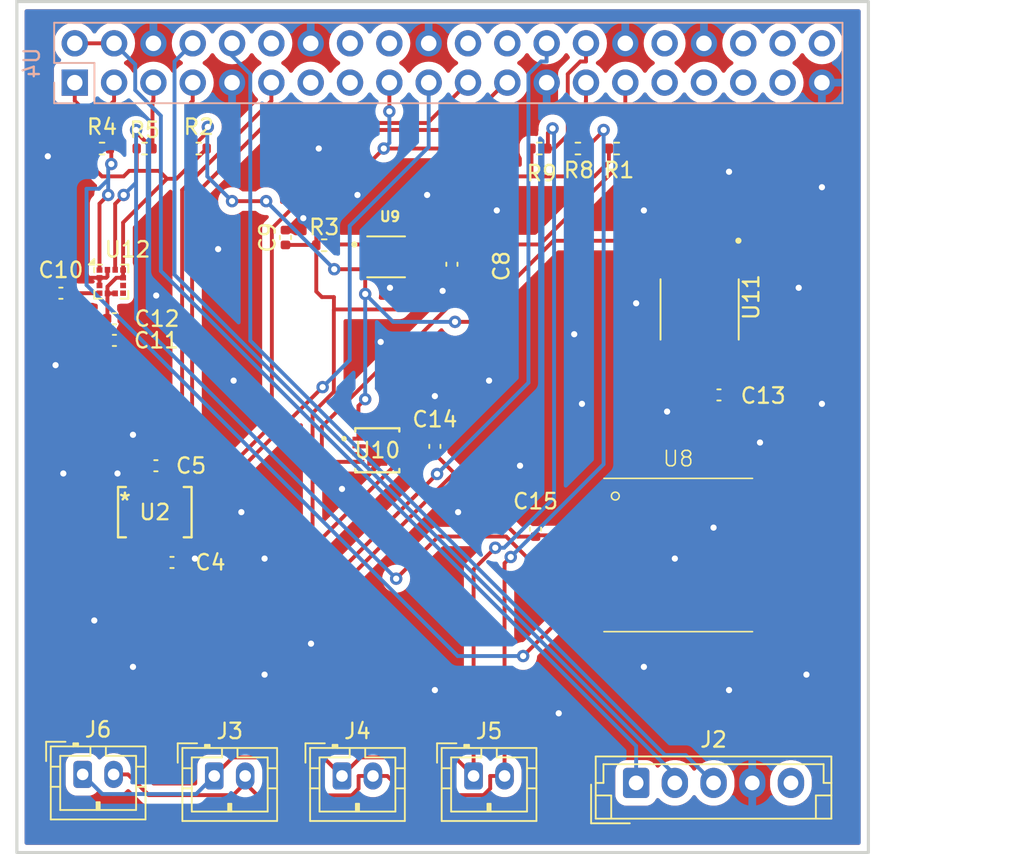
<source format=kicad_pcb>
(kicad_pcb (version 20240108) (generator "pcbnew") (generator_version "8.0")
  (layers (0 "F.Cu" signal) (31 "B.Cu" signal) (34 "B.Paste" user) (35 "F.Paste" user) (36 "B.SilkS" user "B.Silkscreen") (37 "F.SilkS" user "F.Silkscreen") (38 "B.Mask" user) (39 "F.Mask" user) (44 "Edge.Cuts" user))
  (net 0 "")
  (net 2 "+5V")
  (net 3 "Pi_RX")
  (net 4 "GND")
  (net 5 "Pi_TX")
  (net 7 "+3V3")
  (net 11 "CSB_Accel_BMI088")
  (net 12 "I2C_SCL_1")
  (net 15 "I2C_SDA_M")
  (net 16 "SCLK_2")
  (net 17 "I2C_SDA_1")
  (net 18 "I2C_SDA_2")
  (net 20 "SDI_2")
  (net 21 "nCS_2")
  (net 23 "I2C_SCL_M")
  (net 25 "I2C_SCL_2")
  (net 27 "CSB_Gryo_BMI088")
  (net 32 "Net-(U12-C1)")
  (net 33 "Net-(U9-VDD)")
  (net 34 "SDO_2")
  (net 37 "SCK_1")
  (net 38 "SDO_1")
  (net 39 "SDI_1")
  (footprint "Connector_JST:JST_PH_B2B-PH-K_1x02_P2.00mm_Vertical" (layer "F.Cu") (at 134.5 107.55)
    (property "Reference" "J4")
    (property "Value" "Motor_Connector")
  )
  (footprint "Package_LGA:LGA-12_2x2mm_P0.5mm" (layer "F.Cu") (at 119.6 75.6)
    (property "Reference" "U12")
    (property "Value" "~")
  )
  (footprint "Connector_JST:JST_PH_B2B-PH-K_1x02_P2.00mm_Vertical" (layer "F.Cu") (at 143 107.55)
    (property "Reference" "J5")
    (property "Value" "Motor_Connector")
  )
  (footprint "Capacitor_SMD:C_0402_1005Metric" (layer "F.Cu") (at 116.3425 76.35 180)
    (property "Reference" "C10")
    (property "Value" "100nF")
  )
  (footprint "Resistor_SMD:R_0402_1005Metric" (layer "F.Cu") (at 133.35 73.25)
    (property "Reference" "R3")
    (property "Value" "4.7k")
  )
  (footprint "Connector_JST:JST_EH_B5B-EH-A_1x05_P2.50mm_Vertical" (layer "F.Cu") (at 153.5 108)
    (property "Reference" "J2")
    (property "Value" "ZE27-O3")
  )
  (footprint "Capacitor_SMD:C_0402_1005Metric" (layer "F.Cu") (at 141.6 74.48 90)
    (property "Reference" "C8")
    (property "Value" "1µF")
  )
  (footprint "Capacitor_SMD:C_0402_1005Metric" (layer "F.Cu") (at 140.5 86.25 90)
    (property "Reference" "C14")
    (property "Value" "0.1µF")
  )
  (footprint "Resistor_SMD:R_0402_1005Metric" (layer "F.Cu") (at 149.74 67)
    (property "Reference" "R8")
    (property "Value" "5k")
  )
  (footprint "Capacitor_SMD:C_0402_1005Metric" (layer "F.Cu") (at 119.8 79.4)
    (property "Reference" "C11")
    (property "Value" "1 µF")
  )
  (footprint "Connector_JST:JST_PH_B2B-PH-K_1x02_P2.00mm_Vertical" (layer "F.Cu") (at 117.75 107.45)
    (property "Reference" "J6")
    (property "Value" "Motor_Connector")
  )
  (footprint "Sensor:WSON8_DEH_TEX" (layer "F.Cu") (at 136.7808 86.5)
    (property "Reference" "U10")
    (property "Value" "~")
  )
  (footprint "Capacitor_SMD:C_0402_1005Metric" (layer "F.Cu") (at 123.52 93.75)
    (property "Reference" "C4")
    (property "Value" "100nF")
  )
  (footprint "Resistor_SMD:R_0402_1005Metric" (layer "F.Cu") (at 121.75 67)
    (property "Reference" "R5")
    (property "Value" "5k")
  )
  (footprint "Sensor:XDCR_SGP41-D-R4" (layer "F.Cu") (at 137.35 74)
    (property "Reference" "U9")
    (property "Value" "~")
  )
  (footprint "Resistor_SMD:R_0402_1005Metric" (layer "F.Cu") (at 119 67)
    (property "Reference" "R4")
    (property "Value" "5k")
  )
  (footprint "Connector_JST:JST_PH_B2B-PH-K_1x02_P2.00mm_Vertical" (layer "F.Cu") (at 126.25 107.55)
    (property "Reference" "J3")
    (property "Value" "Motor_Connector")
  )
  (footprint "Capacitor_SMD:C_0402_1005Metric" (layer "F.Cu") (at 130.85 72.75 90)
    (property "Reference" "C9")
    (property "Value" "1µF")
  )
  (footprint "Resistor_SMD:R_0402_1005Metric" (layer "F.Cu") (at 125.25 67 180)
    (property "Reference" "R2")
    (property "Value" "5k")
  )
  (footprint "Sensor:SOIC127P600X175-8N_ADT7410TRZ-REEL" (layer "F.Cu") (at 157.6 77.4 -90)
    (property "Reference" "U11")
    (property "Value" "~")
  )
  (footprint "Resistor_SMD:R_0402_1005Metric" (layer "F.Cu") (at 147.25 67)
    (property "Reference" "R9")
    (property "Value" "5k")
  )
  (footprint "Resistor_SMD:R_0402_1005Metric" (layer "F.Cu") (at 152.25 67)
    (property "Reference" "R1")
    (property "Value" "5k")
  )
  (footprint "Sensor:HNNJ footprint" (layer "F.Cu") (at 156.219 98.223)
    (property "Reference" "U8")
    (property "Value" "~")
  )
  (footprint "Sensor:QFN_BMI085_BOS" (layer "F.Cu") (at 122.4113 90.5)
    (property "Reference" "U2")
    (property "Value" "~")
  )
  (footprint "Capacitor_SMD:C_0402_1005Metric" (layer "F.Cu") (at 122.48 87.5)
    (property "Reference" "C5")
    (property "Value" "100nF")
  )
  (footprint "Capacitor_SMD:C_0402_1005Metric" (layer "F.Cu") (at 147 91.6 -90)
    (property "Reference" "C15")
    (property "Value" "0.1µF")
  )
  (footprint "Capacitor_SMD:C_0402_1005Metric" (layer "F.Cu") (at 119.8 78)
    (property "Reference" "C12")
    (property "Value" "100nF")
  )
  (footprint "Capacitor_SMD:C_0402_1005Metric" (layer "F.Cu") (at 158.85 82.925 180)
    (property "Reference" "C13")
    (property "Value" "0.1µF")
  )
  (footprint "Connector_PinSocket_2.54mm:PinSocket_2x20_P2.54mm_Vertical" (layer "B.Cu") (at 117.24 62.74 -90)
    (property "Reference" "U4")
    (property "Value" "~")
  )
  (gr_rect (start 113.5 57.5) (end 168.5 112.5) (stroke (width 0.2)) (fill none) (layer "Edge.Cuts"))
  (segment (start 119.78 60.2) (end 117.24 60.2) (width 0.25) (layer "F.Cu") (net 2))
  (segment (start 153.5 105.615) (end 122.8 74.915) (width 0.25) (layer "B.Cu") (net 2))
  (segment (start 121.145 61.565) (end 119.78 60.2) (width 0.25) (layer "B.Cu") (net 2))
  (segment (start 153.5 108) (end 153.5 105.615) (width 0.25) (layer "B.Cu") (net 2))
  (segment (start 122.8 64.881701) (end 121.145 63.226701) (width 0.25) (layer "B.Cu") (net 2))
  (segment (start 121.145 63.226701) (end 121.145 61.565) (width 0.25) (layer "B.Cu") (net 2))
  (segment (start 122.8 74.915) (end 122.8 64.881701) (width 0.25) (layer "B.Cu") (net 2))
  (segment (start 127.4 61.0089) (end 127.4 60.2) (width 0.25) (layer "B.Cu") (net 3))
  (segment (start 128.5767 79.416404) (end 128.5767 62.1856) (width 0.25) (layer "B.Cu") (net 3))
  (segment (start 158.5 108) (end 156.7 106.2) (width 0.25) (layer "B.Cu") (net 3))
  (segment (start 128.5767 62.1856) (end 127.4 61.0089) (width 0.25) (layer "B.Cu") (net 3))
  (segment (start 156.7 106.2) (end 155.360296 106.2) (width 0.25) (layer "B.Cu") (net 3))
  (segment (start 155.360296 106.2) (end 128.5767 79.416404) (width 0.25) (layer "B.Cu") (net 3))
  (segment (start 119.35 74.8375) (end 119.35 75.275) (width 0.25) (layer "F.Cu") (net 4))
  (segment (start 122.4113 89.862601) (end 122.363301 89.9106) (width 0.25) (layer "F.Cu") (net 4))
  (segment (start 123.363299 89.9106) (end 122.459299 89.9106) (width 0.25) (layer "F.Cu") (net 4))
  (segment (start 118.8375 75.85) (end 118.8375 75.35) (width 0.25) (layer "F.Cu") (net 4))
  (segment (start 119.275 75.35) (end 118.8375 75.35) (width 0.25) (layer "F.Cu") (net 4))
  (segment (start 138 85.749999) (end 138 86.25) (width 0.25) (layer "F.Cu") (net 4))
  (segment (start 122.4113 89.3443) (end 122.4113 89.862601) (width 0.25) (layer "F.Cu") (net 4))
  (segment (start 123.411301 89.862598) (end 123.363299 89.9106) (width 0.25) (layer "F.Cu") (net 4))
  (segment (start 119.35 75.275) (end 119.275 75.35) (width 0.25) (layer "F.Cu") (net 4))
  (segment (start 141.6 75.6) (end 141 76.2) (width 0.25) (layer "F.Cu") (net 4))
  (segment (start 138.5 74.8) (end 138.15 74.8) (width 0.25) (layer "F.Cu") (net 4))
  (segment (start 121.411299 88.825999) (end 120.5853 88) (width 0.25) (layer "F.Cu") (net 4))
  (segment (start 121.459301 89.9106) (end 121.411299 89.862598) (width 0.25) (layer "F.Cu") (net 4))
  (segment (start 120.5853 88) (end 120 88) (width 0.25) (layer "F.Cu") (net 4))
  (segment (start 136.7808 86.5) (end 136.5308 86.25) (width 0.25) (layer "F.Cu") (net 4))
  (segment (start 123.9113 89.3443) (end 123.411301 89.3443) (width 0.25) (layer "F.Cu") (net 4))
  (segment (start 122.363301 89.9106) (end 121.459301 89.9106) (width 0.25) (layer "F.Cu") (net 4))
  (segment (start 118.15 75.35) (end 118.8375 75.35) (width 0.25) (layer "F.Cu") (net 4))
  (segment (start 121.411299 89.3443) (end 121.411299 88.825999) (width 0.25) (layer "F.Cu") (net 4))
  (segment (start 136.5308 86.25) (end 135.5616 86.25) (width 0.25) (layer "F.Cu") (net 4))
  (segment (start 122.459299 89.9106) (end 122.4113 89.862601) (width 0.25) (layer "F.Cu") (net 4))
  (segment (start 138.15 74.8) (end 137.35 74) (width 0.25) (layer "F.Cu") (net 4))
  (segment (start 141.6 74.96) (end 141.6 75.6) (width 0.25) (layer "F.Cu") (net 4))
  (segment (start 123.411301 89.3443) (end 123.411301 89.862598) (width 0.25) (layer "F.Cu") (net 4))
  (segment (start 136.2 74) (end 137.35 74) (width 0.25) (layer "F.Cu") (net 4))
  (segment (start 118.15 75.35) (end 117.8 75) (width 0.25) (layer "F.Cu") (net 4))
  (segment (start 121.411299 89.862598) (end 121.411299 89.3443) (width 0.25) (layer "F.Cu") (net 4))
  (via (at 116.5 88) (size 0.8) (drill 0.4) (layers "F.Cu" "B.Cu") (net 4))
  (via (at 118.5 97.5) (size 0.8) (drill 0.4) (layers "F.Cu" "B.Cu") (net 4))
  (via (at 149.5 79) (size 0.8) (drill 0.4) (layers "F.Cu" "B.Cu") (net 4))
  (via (at 126.5 73.5) (size 0.8) (drill 0.4) (layers "F.Cu" "B.Cu") (net 4))
  (via (at 121 100.5) (size 0.8) (drill 0.4) (layers "F.Cu" "B.Cu") (net 4))
  (via (at 154 71) (size 0.8) (drill 0.4) (layers "F.Cu" "B.Cu") (net 4))
  (via (at 132.5 99) (size 0.8) (drill 0.4) (layers "F.Cu" "B.Cu") (net 4))
  (via (at 121 85.5) (size 0.8) (drill 0.4) (layers "F.Cu" "B.Cu") (net 4))
  (via (at 137 79.5) (size 0.8) (drill 0.4) (layers "F.Cu" "B.Cu") (net 4))
  (via (at 134.5 89) (size 0.8) (drill 0.4) (layers "F.Cu" "B.Cu") (net 4))
  (via (at 154 100.5) (size 0.8) (drill 0.4) (layers "F.Cu" "B.Cu") (net 4))
  (via (at 125 93.5) (size 0.8) (drill 0.4) (layers "F.Cu" "B.Cu") (net 4))
  (via (at 140.5 102) (size 0.8) (drill 0.4) (layers "F.Cu" "B.Cu") (net 4))
  (via (at 165.5 69.5) (size 0.8) (drill 0.4) (layers "F.Cu" "B.Cu") (net 4))
  (via (at 148.5 103.5) (size 0.8) (drill 0.4) (layers "F.Cu" "B.Cu") (net 4))
  (via (at 159.5 102) (size 0.8) (drill 0.4) (layers "F.Cu" "B.Cu") (net 4))
  (via (at 140.5 83) (size 0.8) (drill 0.4) (layers "F.Cu" "B.Cu") (net 4))
  (via (at 122.5 76.5) (size 0.8) (drill 0.4) (layers "F.Cu" "B.Cu") (net 4))
  (via (at 164 76) (size 0.8) (drill 0.4) (layers "F.Cu" "B.Cu") (net 4))
  (via (at 116 81) (size 0.8) (drill 0.4) (layers "F.Cu" "B.Cu") (net 4))
  (via (at 141 76.2) (size 0.8) (drill 0.4) (layers "F.Cu" "B.Cu") (net 4))
  (via (at 159.5 68.5) (size 0.8) (drill 0.4) (layers "F.Cu" "B.Cu") (net 4))
  (via (at 161.5 86) (size 0.8) (drill 0.4) (layers "F.Cu" "B.Cu") (net 4))
  (via (at 165.5 83.5) (size 0.8) (drill 0.4) (layers "F.Cu" "B.Cu") (net 4))
  (via (at 115.5 67.5) (size 0.8) (drill 0.4) (layers "F.Cu" "B.Cu") (net 4))
  (via (at 144.5 71) (size 0.8) (drill 0.4) (layers "F.Cu" "B.Cu") (net 4))
  (via (at 164.5 101) (size 0.8) (drill 0.4) (layers "F.Cu" "B.Cu") (net 4))
  (via (at 144 82) (size 0.8) (drill 0.4) (layers "F.Cu" "B.Cu") (net 4))
  (via (at 132 71.5) (size 0.8) (drill 0.4) (layers "F.Cu" "B.Cu") (net 4))
  (via (at 140 70) (size 0.8) (drill 0.4) (layers "F.Cu" "B.Cu") (net 4))
  (via (at 129.5 93.5) (size 0.8) (drill 0.4) (layers "F.Cu" "B.Cu") (net 4))
  (via (at 120 88) (size 0.8) (drill 0.4) (layers "F.Cu" "B.Cu") (net 4))
  (via (at 137.6 76) (size 0.8) (drill 0.4) (layers "F.Cu" "B.Cu") (net 4))
  (via (at 129.5 101) (size 0.8) (drill 0.4) (layers "F.Cu" "B.Cu") (net 4))
  (via (at 156 93.5) (size 0.8) (drill 0.4) (layers "F.Cu" "B.Cu") (net 4))
  (via (at 158.5 91.5) (size 0.8) (drill 0.4) (layers "F.Cu" "B.Cu") (net 4))
  (via (at 128 90.5) (size 0.8) (drill 0.4) (layers "F.Cu" "B.Cu") (net 4))
  (via (at 153.5 77) (size 0.8) (drill 0.4) (layers "F.Cu" "B.Cu") (net 4))
  (via (at 135.5 70) (size 0.8) (drill 0.4) (layers "F.Cu" "B.Cu") (net 4))
  (via (at 146 87.5) (size 0.8) (drill 0.4) (layers "F.Cu" "B.Cu") (net 4))
  (via (at 142 90.5) (size 0.8) (drill 0.4) (layers "F.Cu" "B.Cu") (net 4))
  (via (at 133 67) (size 0.8) (drill 0.4) (layers "F.Cu" "B.Cu") (net 4))
  (via (at 150 83.5) (size 0.8) (drill 0.4) (layers "F.Cu" "B.Cu") (net 4))
  (via (at 127.5 82) (size 0.8) (drill 0.4) (layers "F.Cu" "B.Cu") (net 4))
  (via (at 155.5 84) (size 0.8) (drill 0.4) (layers "F.Cu" "B.Cu") (net 4))
  (segment (start 121 85.5) (end 119 85.5) (width 0.25) (layer "B.Cu") (net 4))
  (segment (start 119 85.5) (end 116.5 88) (width 0.25) (layer "B.Cu") (net 4))
  (segment (start 141 76.2) (end 140.8 76) (width 0.25) (layer "B.Cu") (net 4))
  (segment (start 116.5 88) (end 120 88) (width 0.25) (layer "B.Cu") (net 4))
  (segment (start 140.8 76) (end 137.6 76) (width 0.25) (layer "B.Cu") (net 4))
  (segment (start 123.6833 61.3767) (end 124.86 60.2) (width 0.25) (layer "B.Cu") (net 5))
  (segment (start 123.6833 75.1594) (end 123.6833 61.3767) (width 0.25) (layer "B.Cu") (net 5))
  (segment (start 156 108) (end 156 107.4761) (width 0.25) (layer "B.Cu") (net 5))
  (segment (start 156 107.4761) (end 123.6833 75.1594) (width 0.25) (layer "B.Cu") (net 5))
  (segment (start 138.5 74) (end 141.6 74) (width 0.25) (layer "F.Cu") (net 7))
  (segment (start 149.2 68.8) (end 146.8 68.8) (width 0.25) (layer "F.Cu") (net 7))
  (segment (start 119.32 78) (end 119.32 79.4) (width 0.25) (layer "F.Cu") (net 7))
  (segment (start 121.24 67) (end 121.24 68.4) (width 0.25) (layer "F.Cu") (net 7))
  (segment (start 137.56 64.6) (end 137.56 62.74) (width 0.25) (layer "F.Cu") (net 7))
  (segment (start 132.84 73.25) (end 132.84 71.36) (width 0.25) (layer "F.Cu") (net 7))
  (segment (start 119.925 75.35) (end 119.35 75.925) (width 0.25) (layer "F.Cu") (net 7))
  (segment (start 119.35 75.925) (end 119.35 76.3625) (width 0.25) (layer "F.Cu") (net 7))
  (segment (start 122.9113 92.5) (end 122.9113 91.6557) (width 0.25) (layer "F.Cu") (net 7))
  (segment (start 133.9738 82.721805) (end 132.6 84.095605) (width 0.25) (layer "F.Cu") (net 7))
  (segment (start 132.82 73.23) (end 132.84 73.25) (width 0.25) (layer "F.Cu") (net 7))
  (segment (start 119.35 77.97) (end 119.32 78) (width 0.25) (layer "F.Cu") (net 7))
  (segment (start 137.2 67) (end 143.8 67) (width 0.25) (layer "F.Cu") (net 7))
  (segment (start 141.7454 87.9753) (end 140.5 86.73) (width 0.25) (layer "F.Cu") (net 7))
  (segment (start 146.74 68.74) (end 146.8 68.8) (width 0.25) (layer "F.Cu") (net 7))
  (segment (start 120.58 87.5) (end 119.2 86.12) (width 0.25) (layer "F.Cu") (net 7))
  (segment (start 119.2 86.12) (end 119.2 79.52) (width 0.25) (layer "F.Cu") (net 7))
  (segment (start 132.84 73.25) (end 132.84 76.24) (width 0.25) (layer "F.Cu") (net 7))
  (segment (start 119.2 86.12) (end 119.2 91.528) (width 0.25) (layer "F.Cu") (net 7))
  (segment (start 122 87.5) (end 120.58 87.5) (width 0.25) (layer "F.Cu") (net 7))
  (segment (start 132.84 76.24) (end 133.2 76.6) (width 0.25) (layer "F.Cu") (net 7))
  (segment (start 122.68 68.44) (end 123.1927 68.9527) (width 0.25) (layer "F.Cu") (net 7))
  (segment (start 123.1927 68.9527) (end 123.8073 68.9527) (width 0.25) (layer "F.Cu") (net 7))
  (segment (start 147.08 92) (end 150.5 92) (width 0.25) (layer "F.Cu") (net 7))
  (segment (start 121.911301 87.588699) (end 122 87.5) (width 0.25) (layer "F.Cu") (net 7))
  (segment (start 130.85 73.23) (end 132.82 73.23) (width 0.25) (layer "F.Cu") (net 7))
  (segment (start 117.24 63.9167) (end 118.49 65.1667) (width 0.25) (layer "F.Cu") (net 7))
  (segment (start 123.04 92.8947) (end 122.9113 92.766) (width 0.25) (layer "F.Cu") (net 7))
  (segment (start 122.68 68.44) (end 121.2 68.44) (width 0.25) (layer "F.Cu") (net 7))
  (segment (start 138 87.25) (end 138 87.3939) (width 0.25) (layer "F.Cu") (net 7))
  (segment (start 120.3625 75.35) (end 119.925 75.35) (width 0.25) (layer "F.Cu") (net 7))
  (segment (start 118.49 67) (end 118.49 68.29) (width 0.25) (layer "F.Cu") (net 7))
  (segment (start 140.4 74.2) (end 140.4 75.2) (width 0.25) (layer "F.Cu") (net 7))
  (segment (start 159.33 84.5117) (end 151.8417 92) (width 0.25) (layer "F.Cu") (net 7))
  (segment (start 119.35 76.3625) (end 119.35 77.97) (width 0.25) (layer "F.Cu") (net 7))
  (segment (start 121.24 68.4) (end 121.2 68.44) (width 0.25) (layer "F.Cu") (net 7))
  (segment (start 138.2 77.4) (end 134 77.4) (width 0.25) (layer "F.Cu") (net 7))
  (segment (start 151.74 67) (end 151.74 67.86) (width 0.25) (layer "F.Cu") (net 7))
  (segment (start 150.5 92) (end 151.8417 92) (width 0.25) (layer "F.Cu") (net 7))
  (segment (start 147.08 92) (end 147 92.08) (width 0.25) (layer "F.Cu") (net 7))
  (segment (start 132.6 92.5) (end 132.6 92.7939) (width 0.25) (layer "F.Cu") (net 7))
  (segment (start 119.2 91.528) (end 122.5466 94.8746) (width 0.25) (layer "F.Cu") (net 7))
  (segment (start 146.8 68.8) (end 145.6 68.8) (width 0.25) (layer "F.Cu") (net 7))
  (segment (start 140.5 86.73) (end 139.98 87.25) (width 0.25) (layer "F.Cu") (net 7))
  (segment (start 134 77.4) (end 133.9788 77.4212) (width 0.25) (layer "F.Cu") (net 7))
  (segment (start 133.9738 77.4262) (end 133.9738 82.721805) (width 0.25) (layer "F.Cu") (net 7))
  (segment (start 132.84 71.36) (end 137.2 67) (width 0.25) (layer "F.Cu") (net 7))
  (segment (start 134.8461 94.8746) (end 141.7454 87.9753) (width 0.25) (layer "F.Cu") (net 7))
  (segment (start 147 92.08) (end 145.85 92.08) (width 0.25) (layer "F.Cu") (net 7))
  (segment (start 132.6 84.095605) (end 132.6 92.5) (width 0.25) (layer "F.Cu") (net 7))
  (segment (start 159.33 80.05) (end 159.33 82.925) (width 0.25) (layer "F.Cu") (net 7))
  (segment (start 145.85 92.08) (end 141.7454 87.9753) (width 0.25) (layer "F.Cu") (net 7))
  (segment (start 139.98 87.25) (end 138 87.25) (width 0.25) (layer "F.Cu") (net 7))
  (segment (start 149.23 68.77) (end 149.2 68.8) (width 0.25) (layer "F.Cu") (net 7))
  (segment (start 159.505 79.875) (end 159.33 80.05) (width 0.25) (layer "F.Cu") (net 7))
  (segment (start 133.9788 77.4212) (end 133.9738 77.4262) (width 0.25) (layer "F.Cu") (net 7))
  (segment (start 120.3625 74.85) (end 120.3625 75.35) (width 0.25) (layer "F.Cu") (net 7))
  (segment (start 120.3625 71.7829) (end 120.3625 74.85) (width 0.25) (layer "F.Cu") (net 7))
  (segment (start 117.24 62.74) (end 117.24 63.9167) (width 0.25) (layer "F.Cu") (net 7))
  (segment (start 121.2 68.44) (end 120.76 68.44) (width 0.25) (layer "F.Cu") (net 7))
  (segment (start 119.35 76.3625) (end 119.85 76.3625) (width 0.25) (layer "F.Cu") (net 7))
  (segment (start 145.6 68.8) (end 143.8 67) (width 0.25) (layer "F.Cu") (net 7))
  (segment (start 159.33 82.925) (end 159.33 84.5117) (width 0.25) (layer "F.Cu") (net 7))
  (segment (start 118.49 68.29) (end 119 68.8) (width 0.25) (layer "F.Cu") (net 7))
  (segment (start 118.49 65.1667) (end 118.49 67) (width 0.25) (layer "F.Cu") (net 7))
  (segment (start 123.8073 68.9527) (end 125.76 67) (width 0.25) (layer "F.Cu") (net 7))
  (segment (start 133.9788 76.6) (end 133.9788 77.4212) (width 0.25) (layer "F.Cu") (net 7))
  (segment (start 122.9113 92.5) (end 132.6 92.5) (width 0.25) (layer "F.Cu") (net 7))
  (segment (start 140.4 75.2) (end 138.2 77.4) (width 0.25) (layer "F.Cu") (net 7))
  (segment (start 151.74 67.86) (end 150.8 68.8) (width 0.25) (layer "F.Cu") (net 7))
  (segment (start 121.911301 89.3443) (end 121.911301 87.588699) (width 0.25) (layer "F.Cu") (net 7))
  (segment (start 122.9113 92.766) (end 122.9113 92.5) (width 0.25) (layer "F.Cu") (net 7))
  (segment (start 123.04 93.75) (end 123.04 92.8947) (width 0.25) (layer "F.Cu") (net 7))
  (segment (start 149.23 67) (end 149.23 68.77) (width 0.25) (layer "F.Cu") (net 7))
  (segment (start 119.2 79.52) (end 119.32 79.4) (width 0.25) (layer "F.Cu") (net 7))
  (segment (start 123.1927 68.9527) (end 120.3625 71.7829) (width 0.25) (layer "F.Cu") (net 7))
  (segment (start 122.5466 94.8746) (end 134.8461 94.8746) (width 0.25) (layer "F.Cu") (net 7))
  (segment (start 119 68.8) (end 120.4 68.8) (width 0.25) (layer "F.Cu") (net 7))
  (segment (start 120.4 68.8) (end 120.76 68.44) (width 0.25) (layer "F.Cu") (net 7))
  (segment (start 146.74 67) (end 146.74 68.74) (width 0.25) (layer "F.Cu") (net 7))
  (segment (start 132.6 92.7939) (end 138 87.3939) (width 0.25) (layer "F.Cu") (net 7))
  (segment (start 150.8 68.8) (end 149.2 68.8) (width 0.25) (layer "F.Cu") (net 7))
  (segment (start 133.2 76.6) (end 133.9788 76.6) (width 0.25) (layer "F.Cu") (net 7))
  (via (at 137.56 64.6) (size 0.8) (drill 0.4) (layers "F.Cu" "B.Cu") (net 7))
  (via (at 137.2 67) (size 0.8) (drill 0.4) (layers "F.Cu" "B.Cu") (net 7))
  (segment (start 137.56 66.64) (end 137.2 67) (width 0.25) (layer "B.Cu") (net 7))
  (segment (start 137.56 64.6) (end 137.56 66.64) (width 0.25) (layer "B.Cu") (net 7))
  (segment (start 122.7115 94.3979) (end 121.4113 93.0977) (width 0.25) (layer "F.Cu") (net 11))
  (segment (start 140.6407 88.0341) (end 134.2769 94.3979) (width 0.25) (layer "F.Cu") (net 11))
  (segment (start 121.4113 93.0977) (end 121.4113 91.6557) (width 0.25) (layer "F.Cu") (net 11))
  (segment (start 134.2769 94.3979) (end 122.7115 94.3979) (width 0.25) (layer "F.Cu") (net 11))
  (via (at 140.6407 88.0341) (size 0.8) (drill 0.4) (layers "F.Cu" "B.Cu") (net 11))
  (segment (start 147.3522 61.3767) (end 147.72 61.3767) (width 0.25) (layer "B.Cu") (net 11))
  (segment (start 146.5433 82.1315) (end 146.5433 62.1856) (width 0.25) (layer "B.Cu") (net 11))
  (segment (start 140.6407 88.0341) (end 146.5433 82.1315) (width 0.25) (layer "B.Cu") (net 11))
  (segment (start 147.72 60.2) (end 147.72 61.3767) (width 0.25) (layer "B.Cu") (net 11))
  (segment (start 146.5433 62.1856) (end 147.3522 61.3767) (width 0.25) (layer "B.Cu") (net 11))
  (segment (start 148.92 97.08) (end 146.2 99.8) (width 0.25) (layer "F.Cu") (net 12))
  (segment (start 119.78 63.9167) (end 119.51 64.1867) (width 0.25) (layer "F.Cu") (net 12))
  (segment (start 150.5 97.08) (end 148.92 97.08) (width 0.25) (layer "F.Cu") (net 12))
  (segment (start 119.78 63.3283) (end 119.78 63.9167) (width 0.25) (layer "F.Cu") (net 12))
  (segment (start 118.8375 74.85) (end 118.8375 70.5625) (width 0.25) (layer "F.Cu") (net 12))
  (segment (start 119.78 62.74) (end 119.78 63.1475) (width 0.25) (layer "F.Cu") (net 12))
  (segment (start 118.8375 70.5625) (end 119.4 70) (width 0.25) (layer "F.Cu") (net 12))
  (segment (start 119.6 68) (end 119.6 67.09) (width 0.25) (layer "F.Cu") (net 12))
  (segment (start 119.51 64.1867) (end 119.51 67) (width 0.25) (layer "F.Cu") (net 12))
  (segment (start 119.78 63.3283) (end 119.78 63.1475) (width 0.25) (layer "F.Cu") (net 12))
  (segment (start 119.6 67.09) (end 119.51 67) (width 0.25) (layer "F.Cu") (net 12))
  (via (at 146.2 99.8) (size 0.8) (drill 0.4) (layers "F.Cu" "B.Cu") (net 12))
  (via (at 119.4 70) (size 0.8) (drill 0.4) (layers "F.Cu" "B.Cu") (net 12))
  (via (at 119.6 68) (size 0.8) (drill 0.4) (layers "F.Cu" "B.Cu") (net 12))
  (segment (start 118.8 69.6) (end 119.4 69) (width 0.25) (layer "B.Cu") (net 12))
  (segment (start 118 75.825305) (end 118 69.6) (width 0.25) (layer "B.Cu") (net 12))
  (segment (start 118 69.6) (end 118.8 69.6) (width 0.25) (layer "B.Cu") (net 12))
  (segment (start 146.2 99.8) (end 141.974695 99.8) (width 0.25) (layer "B.Cu") (net 12))
  (segment (start 119.4 70) (end 119.4 69) (width 0.25) (layer "B.Cu") (net 12))
  (segment (start 119.4 68.2) (end 119.6 68) (width 0.25) (layer "B.Cu") (net 12))
  (segment (start 141.974695 99.8) (end 118 75.825305) (width 0.25) (layer "B.Cu") (net 12))
  (segment (start 119.4 69) (end 119.4 68.2) (width 0.25) (layer "B.Cu") (net 12))
  (segment (start 150.25 67) (end 150.25 63.9267) (width 0.25) (layer "F.Cu") (net 15))
  (segment (start 150.25 63.9267) (end 150.26 63.9167) (width 0.25) (layer "F.Cu") (net 15))
  (segment (start 143.6461 108.7881) (end 138.6648 108.7881) (width 0.25) (layer "F.Cu") (net 15))
  (segment (start 145 93.8) (end 145.4 93.4) (width 0.25) (layer "F.Cu") (net 15))
  (segment (start 145 107.55) (end 144.0733 107.55) (width 0.25) (layer "F.Cu") (net 15))
  (segment (start 136.5 107.55) (end 137.4267 107.55) (width 0.25) (layer "F.Cu") (net 15))
  (segment (start 151.4 65.85) (end 150.25 67) (width 0.25) (layer "F.Cu") (net 15))
  (segment (start 122.0148 108.7881) (end 120.6767 107.45) (width 0.25) (layer "F.Cu") (net 15))
  (segment (start 128.25 108.0134) (end 127.4753 108.7881) (width 0.25) (layer "F.Cu") (net 15))
  (segment (start 151.4 65.8) (end 151.4 65.85) (width 0.25) (layer "F.Cu") (net 15))
  (segment (start 144.0733 107.55) (end 144.0733 108.3609) (width 0.25) (layer "F.Cu") (net 15))
  (segment (start 135.1295 108.8047) (end 135.5733 108.3609) (width 0.25) (layer "F.Cu") (net 15))
  (segment (start 129.0413 108.8047) (end 135.1295 108.8047) (width 0.25) (layer "F.Cu") (net 15))
  (segment (start 135.5733 108.3609) (end 135.5733 107.55) (width 0.25) (layer "F.Cu") (net 15))
  (segment (start 145 107.55) (end 145 93.8) (width 0.25) (layer "F.Cu") (net 15))
  (segment (start 144.0733 108.3609) (end 143.6461 108.7881) (width 0.25) (layer "F.Cu") (net 15))
  (segment (start 128.25 107.55) (end 128.25 108.0134) (width 0.25) (layer "F.Cu") (net 15))
  (segment (start 119.75 107.45) (end 120.6767 107.45) (width 0.25) (layer "F.Cu") (net 15))
  (segment (start 127.4753 108.7881) (end 122.0148 108.7881) (width 0.25) (layer "F.Cu") (net 15))
  (segment (start 128.25 108.0134) (end 129.0413 108.8047) (width 0.25) (layer "F.Cu") (net 15))
  (segment (start 138.6648 108.7881) (end 137.4267 107.55) (width 0.25) (layer "F.Cu") (net 15))
  (segment (start 150.26 62.74) (end 150.26 63.9167) (width 0.25) (layer "F.Cu") (net 15))
  (segment (start 136.5 107.55) (end 135.5733 107.55) (width 0.25) (layer "F.Cu") (net 15))
  (via (at 151.4 65.8) (size 0.8) (drill 0.4) (layers "F.Cu" "B.Cu") (net 15))
  (via (at 145.4 93.4) (size 0.8) (drill 0.4) (layers "F.Cu" "B.Cu") (net 15))
  (segment (start 145.4 93.4) (end 151.4 87.4) (width 0.25) (layer "B.Cu") (net 15))
  (segment (start 151.4 87.4) (end 151.4 65.8) (width 0.25) (layer "B.Cu") (net 15))
  (segment (start 119.85 70.575305) (end 119.85 74.8375) (width 0.25) (layer "F.Cu") (net 17))
  (segment (start 140.725 92.075) (end 138 94.8) (width 0.25) (layer "F.Cu") (net 17))
  (segment (start 145.100305 92.075) (end 140.725 92.075) (width 0.25) (layer "F.Cu") (net 17))
  (segment (start 122.32 63.3283) (end 122.32 63.9167) (width 0.25) (layer "F.Cu") (net 17))
  (segment (start 121.2 65.94) (end 122.26 67) (width 0.25) (layer "F.Cu") (net 17))
  (segment (start 150.5 94.54) (end 147.565305 94.54) (width 0.25) (layer "F.Cu") (net 17))
  (segment (start 122.32 63.3283) (end 122.32 62.74) (width 0.25) (layer "F.Cu") (net 17))
  (segment (start 121.2 65.8) (end 121.2 65.94) (width 0.25) (layer "F.Cu") (net 17))
  (segment (start 120.4 70) (end 120.4 70.025305) (width 0.25) (layer "F.Cu") (net 17))
  (segment (start 122.26 63.9767) (end 122.26 67) (width 0.25) (layer "F.Cu") (net 17))
  (segment (start 122.32 63.9167) (end 122.26 63.9767) (width 0.25) (layer "F.Cu") (net 17))
  (segment (start 147.565305 94.54) (end 145.100305 92.075) (width 0.25) (layer "F.Cu") (net 17))
  (segment (start 120.4 70.025305) (end 119.85 70.575305) (width 0.25) (layer "F.Cu") (net 17))
  (via (at 138 94.8) (size 0.8) (drill 0.4) (layers "F.Cu" "B.Cu") (net 17))
  (via (at 121.2 65.8) (size 0.8) (drill 0.4) (layers "F.Cu" "B.Cu") (net 17))
  (via (at 120.4 70) (size 0.8) (drill 0.4) (layers "F.Cu" "B.Cu") (net 17))
  (segment (start 121.2 68.4) (end 121.2 65.8) (width 0.25) (layer "B.Cu") (net 17))
  (segment (start 138 94.8) (end 121.2 78) (width 0.25) (layer "B.Cu") (net 17))
  (segment (start 121.2 78) (end 121.2 68.4) (width 0.25) (layer "B.Cu") (net 17))
  (segment (start 121.2 69.2) (end 121.2 68.4) (width 0.25) (layer "B.Cu") (net 17))
  (segment (start 120.4 70) (end 121.2 69.2) (width 0.25) (layer "B.Cu") (net 17))
  (segment (start 136 76.4) (end 136 75) (width 0.25) (layer "F.Cu") (net 18))
  (segment (start 136.2 74.8) (end 134 74.8) (width 0.25) (layer "F.Cu") (net 18))
  (segment (start 124.86 63.3283) (end 124.86 62.74) (width 0.25) (layer "F.Cu") (net 18))
  (segment (start 158.235 73.940001) (end 157.254447 72.959448) (width 0.25) (layer "F.Cu") (net 18))
  (segment (start 158.235 74.925) (end 158.235 73.940001) (width 0.25) (layer "F.Cu") (net 18))
  (segment (start 125.835308 65.6) (end 125.835308 65.904692) (width 0.25) (layer "F.Cu") (net 18))
  (segment (start 142.918896 78.2) (end 141.8 78.2) (width 0.25) (layer "F.Cu") (net 18))
  (segment (start 129.6 70.4) (end 127.4 70.4) (width 0.25) (layer "F.Cu") (net 18))
  (segment (start 157.254447 72.959448) (end 148.159448 72.959448) (width 0.25) (layer "F.Cu") (net 18))
  (segment (start 135.5616 83.6384) (end 136 83.2) (width 0.25) (layer "F.Cu") (net 18))
  (segment (start 148.159448 72.959448) (end 142.918896 78.2) (width 0.25) (layer "F.Cu") (net 18))
  (segment (start 124.74 67) (end 124.74 64.0367) (width 0.25) (layer "F.Cu") (net 18))
  (segment (start 124.74 64.0367) (end 124.86 63.9167) (width 0.25) (layer "F.Cu") (net 18))
  (segment (start 125.835308 65.904692) (end 124.74 67) (width 0.25) (layer "F.Cu") (net 18))
  (segment (start 124.86 63.3283) (end 124.86 63.9167) (width 0.25) (layer "F.Cu") (net 18))
  (segment (start 136 75) (end 136.2 74.8) (width 0.25) (layer "F.Cu") (net 18))
  (segment (start 135.5616 85.749999) (end 135.5616 83.6384) (width 0.25) (layer "F.Cu") (net 18))
  (via (at 141.8 78.2) (size 0.8) (drill 0.4) (layers "F.Cu" "B.Cu") (net 18))
  (via (at 129.6 70.4) (size 0.8) (drill 0.4) (layers "F.Cu" "B.Cu") (net 18))
  (via (at 136 83.2) (size 0.8) (drill 0.4) (layers "F.Cu" "B.Cu") (net 18))
  (via (at 136 76.4) (size 0.8) (drill 0.4) (layers "F.Cu" "B.Cu") (net 18))
  (via (at 134 74.8) (size 0.8) (drill 0.4) (layers "F.Cu" "B.Cu") (net 18))
  (via (at 127.4 70.4) (size 0.8) (drill 0.4) (layers "F.Cu" "B.Cu") (net 18))
  (via (at 125.835308 65.6) (size 0.8) (drill 0.4) (layers "F.Cu" "B.Cu") (net 18))
  (segment (start 136 83.2) (end 136 76.4) (width 0.25) (layer "B.Cu") (net 18))
  (segment (start 125.8 65.635308) (end 125.8 68.8) (width 0.25) (layer "B.Cu") (net 18))
  (segment (start 125.835308 65.6) (end 125.8 65.635308) (width 0.25) (layer "B.Cu") (net 18))
  (segment (start 125.8 68.8) (end 127.4 70.4) (width 0.25) (layer "B.Cu") (net 18))
  (segment (start 141.8 78.2) (end 137.8 78.2) (width 0.25) (layer "B.Cu") (net 18))
  (segment (start 134 74.8) (end 129.6 70.4) (width 0.25) (layer "B.Cu") (net 18))
  (segment (start 137.8 78.2) (end 136 76.4) (width 0.25) (layer "B.Cu") (net 18))
  (segment (start 149.0833 62.1856) (end 149.8922 61.3767) (width 0.25) (layer "F.Cu") (net 23))
  (segment (start 148.1 65.7) (end 147.8 66) (width 0.25) (layer "F.Cu") (net 23))
  (segment (start 148.2 67) (end 149.0833 66.1167) (width 0.25) (layer "F.Cu") (net 23))
  (segment (start 147.76 67) (end 148.2 67) (width 0.25) (layer "F.Cu") (net 23))
  (segment (start 143 107.55) (end 141.7983 106.3483) (width 0.25) (layer "F.Cu") (net 23))
  (segment (start 149.0833 66.1167) (end 149.0833 62.1856) (width 0.25) (layer "F.Cu") (net 23))
  (segment (start 127.4517 106.3483) (end 133.2983 106.3483) (width 0.25) (layer "F.Cu") (net 23))
  (segment (start 141.7983 106.3483) (end 135.7017 106.3483) (width 0.25) (layer "F.Cu") (net 23))
  (segment (start 126.25 107.55) (end 127.4517 106.3483) (width 0.25) (layer "F.Cu") (net 23))
  (segment (start 143 94.2) (end 144.4 92.8) (width 0.25) (layer "F.Cu") (net 23))
  (segment (start 150.26 61.3767) (end 150.26 60.2) (width 0.25) (layer "F.Cu") (net 23))
  (segment (start 133.2983 106.3483) (end 134.5 107.55) (width 0.25) (layer "F.Cu") (net 23))
  (segment (start 135.7017 106.3483) (end 134.5 107.55) (width 0.25) (layer "F.Cu") (net 23))
  (segment (start 147.8 66.96) (end 147.76 67) (width 0.25) (layer "F.Cu") (net 23))
  (segment (start 147.8 66) (end 147.8 66.96) (width 0.25) (layer "F.Cu") (net 23))
  (segment (start 143 107.55) (end 143 94.2) (width 0.25) (layer "F.Cu") (net 23))
  (segment (start 149.8922 61.3767) (end 150.26 61.3767) (width 0.25) (layer "F.Cu") (net 23))
  (via (at 144.4 92.8) (size 0.8) (drill 0.4) (layers "F.Cu" "B.Cu") (net 23))
  (via (at 148.1 65.7) (size 0.8) (drill 0.4) (layers "F.Cu" "B.Cu") (net 23))
  (segment (start 148.2 89.574695) (end 144.974695 92.8) (width 0.25) (layer "B.Cu") (net 23))
  (segment (start 119.0173 108.7173) (end 117.75 107.45) (width 0.25) (layer "B.Cu") (net 23))
  (segment (start 144.974695 92.8) (end 144.4 92.8) (width 0.25) (layer "B.Cu") (net 23))
  (segment (start 148.2 65.8) (end 148.2 89.574695) (width 0.25) (layer "B.Cu") (net 23))
  (segment (start 125.0827 108.7173) (end 119.0173 108.7173) (width 0.25) (layer "B.Cu") (net 23))
  (segment (start 148.1 65.7) (end 148.2 65.8) (width 0.25) (layer "B.Cu") (net 23))
  (segment (start 126.25 107.55) (end 125.0827 108.7173) (width 0.25) (layer "B.Cu") (net 23))
  (segment (start 145.4 73.2) (end 142.2372 73.2) (width 0.25) (layer "F.Cu") (net 25))
  (segment (start 159.505 74.925) (end 159.505 73.505) (width 0.25) (layer "F.Cu") (net 25))
  (segment (start 133.2 87.25) (end 133.2 84.974695) (width 0.25) (layer "F.Cu") (net 25))
  (segment (start 137.774695 80.4) (end 138.2 80.4) (width 0.25) (layer "F.Cu") (net 25))
  (segment (start 159.505 73.505) (end 153.7225 67.7225) (width 0.25) (layer "F.Cu") (net 25))
  (segment (start 142.2372 73.2) (end 147.2825 73.2) (width 0.25) (layer "F.Cu") (net 25))
  (segment (start 153.7225 67.7225) (end 152.76 67.7225) (width 0.25) (layer "F.Cu") (net 25))
  (segment (start 152.76 67.7225) (end 152.76 67) (width 0.25) (layer "F.Cu") (net 25))
  (segment (start 135.5616 87.25) (end 133.2 87.25) (width 0.25) (layer "F.Cu") (net 25))
  (segment (start 138.2 80.4) (end 145.4 73.2) (width 0.25) (layer "F.Cu") (net 25))
  (segment (start 152.8 66.96) (end 152.8 62.74) (width 0.25) (layer "F.Cu") (net 25))
  (segment (start 133.2 84.974695) (end 137.774695 80.4) (width 0.25) (layer "F.Cu") (net 25))
  (segment (start 147.2825 73.2) (end 152.76 67.7225) (width 0.25) (layer "F.Cu") (net 25))
  (segment (start 138.5 73.2) (end 142.2372 73.2) (width 0.25) (layer "F.Cu") (net 25))
  (segment (start 152.76 67) (end 152.8 66.96) (width 0.25) (layer "F.Cu") (net 25))
  (segment (start 129.94 62.74) (end 129.94 63.9167) (width 0.25) (layer "F.Cu") (net 27))
  (segment (start 124.1738 69.6829) (end 129.94 63.9167) (width 0.25) (layer "F.Cu") (net 27))
  (segment (start 122.9113 88.7763) (end 124.1738 87.5138) (width 0.25) (layer "F.Cu") (net 27))
  (segment (start 124.1738 87.5138) (end 124.1738 69.6829) (width 0.25) (layer "F.Cu") (net 27))
  (segment (start 122.9113 89.3443) (end 122.9113 88.7763) (width 0.25) (layer "F.Cu") (net 27))
  (segment (start 118.8375 76.35) (end 116.8225 76.35) (width 0.25) (layer "F.Cu") (net 32))
  (segment (start 136.2 73.2) (end 133.91 73.2) (width 0.25) (layer "F.Cu") (net 33))
  (segment (start 133.91 73.2) (end 133.86 73.25) (width 0.25) (layer "F.Cu") (net 33))
  (segment (start 124.3226 90.5) (end 129.9702 84.8524) (width 0.25) (layer "F.Cu") (net 37))
  (segment (start 142 65.8) (end 145.06 62.74) (width 0.25) (layer "F.Cu") (net 37))
  (segment (start 129.9702 72.166) (end 136.3362 65.8) (width 0.25) (layer "F.Cu") (net 37))
  (segment (start 136.3362 65.8) (end 142 65.8) (width 0.25) (layer "F.Cu") (net 37))
  (segment (start 129.9702 84.8524) (end 129.9702 72.166) (width 0.25) (layer "F.Cu") (net 37))
  (segment (start 145.06 62.74) (end 145.18 62.74) (width 0.25) (layer "F.Cu") (net 37))
  (segment (start 123.4113 91.0877) (end 123.4113 90.5708) (width 0.25) (layer "F.Cu") (net 38))
  (segment (start 123.4113 90.5708) (end 123.9572 90.0249) (width 0.25) (layer "F.Cu") (net 38))
  (segment (start 123.4113 91.6557) (end 123.4113 91.0877) (width 0.25) (layer "F.Cu") (net 38))
  (segment (start 120.9113 91.0877) (end 123.4113 91.0877) (width 0.25) (layer "F.Cu") (net 38))
  (segment (start 140.03 65.35) (end 142.64 62.74) (width 0.25) (layer "F.Cu") (net 38))
  (segment (start 124.1393 90.0249) (end 124.8199 89.3443) (width 0.25) (layer "F.Cu") (net 38))
  (segment (start 123.9572 90.0249) (end 124.1393 90.0249) (width 0.25) (layer "F.Cu") (net 38))
  (segment (start 124.8199 89.3443) (end 124.8199 70.1801) (width 0.25) (layer "F.Cu") (net 38))
  (segment (start 124.8199 70.1801) (end 129.65 65.35) (width 0.25) (layer "F.Cu") (net 38))
  (segment (start 129.65 65.35) (end 140.03 65.35) (width 0.25) (layer "F.Cu") (net 38))
  (segment (start 120.9113 91.6557) (end 120.9113 91.0877) (width 0.25) (layer "F.Cu") (net 38))
  (segment (start 124.5826 91.0877) (end 133.2488 82.4215) (width 0.25) (layer "F.Cu") (net 39))
  (segment (start 123.9113 91.6557) (end 123.9113 91.0877) (width 0.25) (layer "F.Cu") (net 39))
  (segment (start 123.9113 91.0877) (end 124.5826 91.0877) (width 0.25) (layer "F.Cu") (net 39))
  (via (at 133.2488 82.4215) (size 0.8) (drill 0.4) (layers "F.Cu" "B.Cu") (net 39))
  (segment (start 135 72) (end 135 80.6703) (width 0.25) (layer "B.Cu") (net 39))
  (segment (start 140.1 62.74) (end 140.1 66.9) (width 0.25) (layer "B.Cu") (net 39))
  (segment (start 135 80.6703) (end 133.2488 82.4215) (width 0.25) (layer "B.Cu") (net 39))
  (segment (start 140.1 66.9) (end 135 72) (width 0.25) (layer "B.Cu") (net 39))
  (zone (net 4) (net_name "GND") (layer "F.Cu") (connect_pads yes (clearance 0.5)) (min_thickness 0.25) (fill yes (thermal_gap 0.5) (thermal_bridge_width 0.5) (smoothing fillet))
    (polygon (pts (xy 114 58) (xy 168 58) (xy 168 112) (xy 114 112)))
  )
  (zone (net 4) (net_name "GND") (layer "B.Cu") (priority 1) (connect_pads (clearance 0.5)) (min_thickness 0.25) (fill yes (thermal_gap 0.5) (thermal_bridge_width 0.5))
    (polygon (pts (xy 114 58) (xy 168 58) (xy 168 112) (xy 114 112)))
  )
)
</source>
